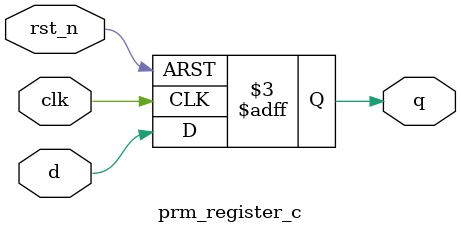
<source format=v>

module prm_register_c
#(
    parameter WIDTH = 1
)
(
    input                        clk,
    input                        rst_n,
    input      [ WIDTH - 1 : 0 ] d,
    output reg [ WIDTH - 1 : 0 ] q
);
    localparam RESET = { WIDTH { 1'b0 } };

    always @ (posedge clk or negedge rst_n)
        if(~rst_n)
            q <= RESET;
        else
            q <= d;
endmodule

</source>
